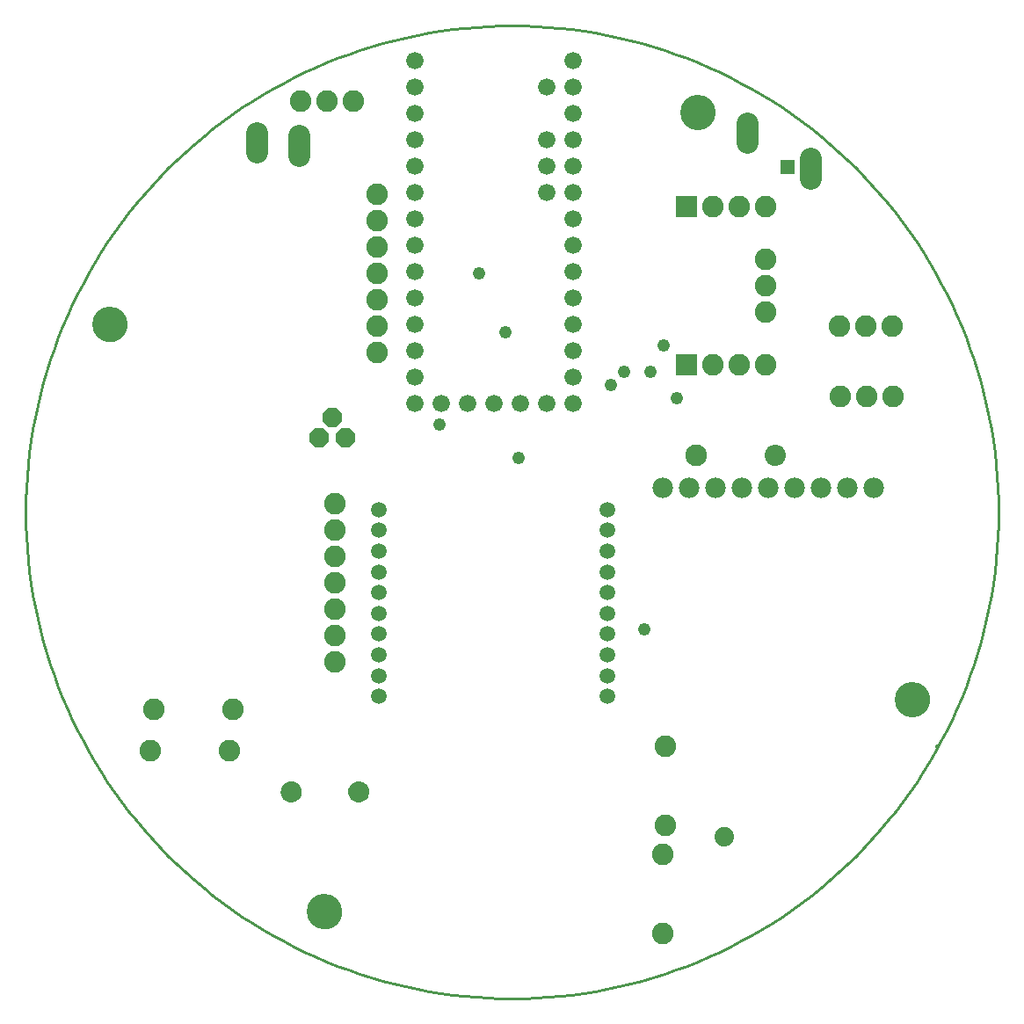
<source format=gbs>
G04 EAGLE Gerber X2 export*
G75*
%MOMM*%
%FSLAX34Y34*%
%LPD*%
%AMOC8*
5,1,8,0,0,1.08239X$1,22.5*%
G01*
%ADD10C,0.254000*%
%ADD11C,0.406400*%
%ADD12C,0.000000*%
%ADD13C,3.403200*%
%ADD14C,1.981200*%
%ADD15C,1.676400*%
%ADD16C,1.511200*%
%ADD17C,2.082800*%
%ADD18R,2.082800X2.082800*%
%ADD19C,1.879600*%
%ADD20C,2.082800*%
%ADD21P,2.034460X8X22.500000*%
%ADD22C,2.047813*%
%ADD23C,2.094537*%
%ADD24C,1.219200*%
%ADD25R,1.478200X1.478200*%

G36*
X-145931Y-281257D02*
X-145931Y-281257D01*
X-145888Y-281245D01*
X-145822Y-281237D01*
X-144205Y-280783D01*
X-144164Y-280763D01*
X-144136Y-280755D01*
X-144126Y-280753D01*
X-144122Y-280750D01*
X-144101Y-280744D01*
X-142587Y-280015D01*
X-142551Y-279989D01*
X-142492Y-279959D01*
X-141127Y-278979D01*
X-141096Y-278947D01*
X-141043Y-278907D01*
X-139869Y-277705D01*
X-139844Y-277668D01*
X-139799Y-277619D01*
X-138852Y-276231D01*
X-138833Y-276190D01*
X-138798Y-276135D01*
X-138106Y-274603D01*
X-138095Y-274560D01*
X-138069Y-274499D01*
X-137654Y-272871D01*
X-137651Y-272826D01*
X-137636Y-272762D01*
X-137509Y-271086D01*
X-137514Y-271040D01*
X-137512Y-270968D01*
X-137717Y-269132D01*
X-137731Y-269086D01*
X-137743Y-269010D01*
X-138303Y-267250D01*
X-138326Y-267207D01*
X-138352Y-267136D01*
X-139245Y-265518D01*
X-139275Y-265481D01*
X-139315Y-265416D01*
X-140506Y-264003D01*
X-140543Y-263973D01*
X-140595Y-263917D01*
X-142039Y-262764D01*
X-142081Y-262741D01*
X-142143Y-262696D01*
X-143784Y-261847D01*
X-143830Y-261833D01*
X-143899Y-261801D01*
X-145674Y-261289D01*
X-145722Y-261284D01*
X-145796Y-261266D01*
X-147637Y-261109D01*
X-147681Y-261114D01*
X-147746Y-261110D01*
X-149577Y-261269D01*
X-149623Y-261282D01*
X-149699Y-261292D01*
X-151463Y-261806D01*
X-151506Y-261828D01*
X-151579Y-261853D01*
X-153209Y-262701D01*
X-153247Y-262731D01*
X-153313Y-262769D01*
X-154746Y-263919D01*
X-154778Y-263956D01*
X-154835Y-264006D01*
X-156016Y-265414D01*
X-156040Y-265456D01*
X-156086Y-265517D01*
X-156296Y-265898D01*
X-156296Y-265899D01*
X-156970Y-267128D01*
X-156985Y-267174D01*
X-157019Y-267242D01*
X-157571Y-268995D01*
X-157577Y-269043D01*
X-157597Y-269117D01*
X-157796Y-270944D01*
X-157793Y-270989D01*
X-157799Y-271059D01*
X-157676Y-272735D01*
X-157665Y-272778D01*
X-157659Y-272844D01*
X-157247Y-274473D01*
X-157229Y-274514D01*
X-157211Y-274578D01*
X-156523Y-276111D01*
X-156498Y-276148D01*
X-156469Y-276207D01*
X-155525Y-277598D01*
X-155494Y-277630D01*
X-155456Y-277684D01*
X-154285Y-278889D01*
X-154248Y-278915D01*
X-154201Y-278961D01*
X-152839Y-279945D01*
X-152798Y-279965D01*
X-152744Y-280002D01*
X-151231Y-280734D01*
X-151188Y-280746D01*
X-151177Y-280751D01*
X-151150Y-280765D01*
X-151145Y-280766D01*
X-151128Y-280773D01*
X-149511Y-281232D01*
X-149466Y-281236D01*
X-149402Y-281253D01*
X-147730Y-281423D01*
X-147682Y-281420D01*
X-147603Y-281424D01*
X-145931Y-281257D01*
G37*
G36*
X-210955Y-281257D02*
X-210955Y-281257D01*
X-210912Y-281245D01*
X-210846Y-281237D01*
X-209229Y-280783D01*
X-209188Y-280763D01*
X-209160Y-280755D01*
X-209150Y-280753D01*
X-209146Y-280750D01*
X-209125Y-280744D01*
X-207611Y-280015D01*
X-207575Y-279989D01*
X-207516Y-279959D01*
X-206151Y-278979D01*
X-206120Y-278947D01*
X-206067Y-278907D01*
X-204893Y-277705D01*
X-204868Y-277668D01*
X-204823Y-277619D01*
X-203876Y-276231D01*
X-203857Y-276190D01*
X-203822Y-276135D01*
X-203130Y-274603D01*
X-203119Y-274560D01*
X-203093Y-274499D01*
X-202678Y-272871D01*
X-202675Y-272826D01*
X-202660Y-272762D01*
X-202533Y-271086D01*
X-202538Y-271040D01*
X-202536Y-270968D01*
X-202741Y-269132D01*
X-202755Y-269086D01*
X-202767Y-269010D01*
X-203327Y-267250D01*
X-203350Y-267207D01*
X-203376Y-267136D01*
X-204269Y-265518D01*
X-204299Y-265481D01*
X-204339Y-265416D01*
X-205530Y-264003D01*
X-205567Y-263973D01*
X-205619Y-263917D01*
X-207063Y-262764D01*
X-207105Y-262741D01*
X-207167Y-262696D01*
X-208808Y-261847D01*
X-208854Y-261833D01*
X-208923Y-261801D01*
X-210698Y-261289D01*
X-210746Y-261284D01*
X-210820Y-261266D01*
X-212661Y-261109D01*
X-212705Y-261114D01*
X-212770Y-261110D01*
X-214601Y-261269D01*
X-214647Y-261282D01*
X-214723Y-261292D01*
X-216487Y-261806D01*
X-216530Y-261828D01*
X-216603Y-261853D01*
X-218233Y-262701D01*
X-218271Y-262731D01*
X-218337Y-262769D01*
X-219770Y-263919D01*
X-219802Y-263956D01*
X-219859Y-264006D01*
X-221040Y-265414D01*
X-221064Y-265456D01*
X-221110Y-265517D01*
X-221320Y-265898D01*
X-221320Y-265899D01*
X-221994Y-267128D01*
X-222009Y-267174D01*
X-222043Y-267242D01*
X-222595Y-268995D01*
X-222601Y-269043D01*
X-222621Y-269117D01*
X-222820Y-270944D01*
X-222817Y-270989D01*
X-222823Y-271059D01*
X-222700Y-272735D01*
X-222689Y-272778D01*
X-222683Y-272844D01*
X-222271Y-274473D01*
X-222253Y-274514D01*
X-222235Y-274578D01*
X-221547Y-276111D01*
X-221522Y-276148D01*
X-221493Y-276207D01*
X-220549Y-277598D01*
X-220518Y-277630D01*
X-220480Y-277684D01*
X-219309Y-278889D01*
X-219272Y-278915D01*
X-219225Y-278961D01*
X-217863Y-279945D01*
X-217822Y-279965D01*
X-217768Y-280002D01*
X-216255Y-280734D01*
X-216212Y-280746D01*
X-216201Y-280751D01*
X-216174Y-280765D01*
X-216169Y-280766D01*
X-216152Y-280773D01*
X-214535Y-281232D01*
X-214490Y-281236D01*
X-214426Y-281253D01*
X-212754Y-281423D01*
X-212706Y-281420D01*
X-212627Y-281424D01*
X-210955Y-281257D01*
G37*
D10*
X-468441Y-1524D02*
X-468300Y9972D01*
X-467877Y21461D01*
X-467172Y32937D01*
X-466185Y44391D01*
X-464918Y55818D01*
X-463371Y67211D01*
X-461544Y78562D01*
X-459440Y89864D01*
X-457059Y101112D01*
X-454402Y112298D01*
X-451472Y123415D01*
X-448270Y134457D01*
X-444798Y145417D01*
X-441058Y156289D01*
X-437052Y167066D01*
X-432783Y177741D01*
X-428253Y188308D01*
X-423466Y198760D01*
X-418423Y209092D01*
X-413128Y219298D01*
X-407584Y229370D01*
X-401795Y239303D01*
X-395764Y249091D01*
X-389494Y258728D01*
X-382990Y268208D01*
X-376255Y277526D01*
X-369294Y286676D01*
X-362110Y295652D01*
X-354708Y304449D01*
X-347092Y313062D01*
X-339267Y321485D01*
X-331238Y329714D01*
X-323009Y337743D01*
X-314586Y345568D01*
X-305973Y353184D01*
X-297176Y360586D01*
X-288200Y367770D01*
X-279050Y374731D01*
X-269732Y381466D01*
X-260252Y387970D01*
X-250615Y394240D01*
X-240827Y400271D01*
X-230894Y406060D01*
X-220822Y411604D01*
X-210616Y416899D01*
X-200284Y421942D01*
X-189832Y426729D01*
X-179265Y431259D01*
X-168590Y435528D01*
X-157813Y439534D01*
X-146941Y443274D01*
X-135981Y446746D01*
X-124939Y449948D01*
X-113822Y452878D01*
X-102636Y455535D01*
X-91388Y457916D01*
X-80086Y460020D01*
X-68735Y461847D01*
X-57342Y463394D01*
X-45915Y464661D01*
X-34461Y465648D01*
X-22985Y466353D01*
X-11496Y466776D01*
X0Y466917D01*
X11496Y466776D01*
X22985Y466353D01*
X34461Y465648D01*
X45915Y464661D01*
X57342Y463394D01*
X68735Y461847D01*
X80086Y460020D01*
X91388Y457916D01*
X102636Y455535D01*
X113822Y452878D01*
X124939Y449948D01*
X135981Y446746D01*
X146941Y443274D01*
X157813Y439534D01*
X168590Y435528D01*
X179265Y431259D01*
X189832Y426729D01*
X200284Y421942D01*
X210616Y416899D01*
X220822Y411604D01*
X230894Y406060D01*
X240827Y400271D01*
X250615Y394240D01*
X260252Y387970D01*
X269732Y381466D01*
X279050Y374731D01*
X288200Y367770D01*
X297176Y360586D01*
X305973Y353184D01*
X314586Y345568D01*
X323009Y337743D01*
X331238Y329714D01*
X339267Y321485D01*
X347092Y313062D01*
X354708Y304449D01*
X362110Y295652D01*
X369294Y286676D01*
X376255Y277526D01*
X382990Y268208D01*
X389494Y258728D01*
X395764Y249091D01*
X401795Y239303D01*
X407584Y229370D01*
X413128Y219298D01*
X418423Y209092D01*
X423466Y198760D01*
X428253Y188308D01*
X432783Y177741D01*
X437052Y167066D01*
X441058Y156289D01*
X444798Y145417D01*
X448270Y134457D01*
X451472Y123415D01*
X454402Y112298D01*
X457059Y101112D01*
X459440Y89864D01*
X461544Y78562D01*
X463371Y67211D01*
X464918Y55818D01*
X466185Y44391D01*
X467172Y32937D01*
X467877Y21461D01*
X468300Y9972D01*
X468441Y-1524D01*
X468300Y-13020D01*
X467877Y-24509D01*
X467172Y-35985D01*
X466185Y-47439D01*
X464918Y-58866D01*
X463371Y-70259D01*
X461544Y-81610D01*
X459440Y-92912D01*
X457059Y-104160D01*
X454402Y-115346D01*
X451472Y-126463D01*
X448270Y-137505D01*
X444798Y-148465D01*
X441058Y-159337D01*
X437052Y-170114D01*
X432783Y-180789D01*
X428253Y-191356D01*
X423466Y-201808D01*
X418423Y-212140D01*
X413128Y-222346D01*
X407584Y-232418D01*
X401795Y-242351D01*
X395764Y-252139D01*
X389494Y-261776D01*
X382990Y-271256D01*
X376255Y-280574D01*
X369294Y-289724D01*
X362110Y-298700D01*
X354708Y-307497D01*
X347092Y-316110D01*
X339267Y-324533D01*
X331238Y-332762D01*
X323009Y-340791D01*
X314586Y-348616D01*
X305973Y-356232D01*
X297176Y-363634D01*
X288200Y-370818D01*
X279050Y-377779D01*
X269732Y-384514D01*
X260252Y-391018D01*
X250615Y-397288D01*
X240827Y-403319D01*
X230894Y-409108D01*
X220822Y-414652D01*
X210616Y-419947D01*
X200284Y-424990D01*
X189832Y-429777D01*
X179265Y-434307D01*
X168590Y-438576D01*
X157813Y-442582D01*
X146941Y-446322D01*
X135981Y-449794D01*
X124939Y-452996D01*
X113822Y-455926D01*
X102636Y-458583D01*
X91388Y-460964D01*
X80086Y-463068D01*
X68735Y-464895D01*
X57342Y-466442D01*
X45915Y-467709D01*
X34461Y-468696D01*
X22985Y-469401D01*
X11496Y-469824D01*
X0Y-469965D01*
X-11496Y-469824D01*
X-22985Y-469401D01*
X-34461Y-468696D01*
X-45915Y-467709D01*
X-57342Y-466442D01*
X-68735Y-464895D01*
X-80086Y-463068D01*
X-91388Y-460964D01*
X-102636Y-458583D01*
X-113822Y-455926D01*
X-124939Y-452996D01*
X-135981Y-449794D01*
X-146941Y-446322D01*
X-157813Y-442582D01*
X-168590Y-438576D01*
X-179265Y-434307D01*
X-189832Y-429777D01*
X-200284Y-424990D01*
X-210616Y-419947D01*
X-220822Y-414652D01*
X-230894Y-409108D01*
X-240827Y-403319D01*
X-250615Y-397288D01*
X-260252Y-391018D01*
X-269732Y-384514D01*
X-279050Y-377779D01*
X-288200Y-370818D01*
X-297176Y-363634D01*
X-305973Y-356232D01*
X-314586Y-348616D01*
X-323009Y-340791D01*
X-331238Y-332762D01*
X-339267Y-324533D01*
X-347092Y-316110D01*
X-354708Y-307497D01*
X-362110Y-298700D01*
X-369294Y-289724D01*
X-376255Y-280574D01*
X-382990Y-271256D01*
X-389494Y-261776D01*
X-395764Y-252139D01*
X-401795Y-242351D01*
X-407584Y-232418D01*
X-413128Y-222346D01*
X-418423Y-212140D01*
X-423466Y-201808D01*
X-428253Y-191356D01*
X-432783Y-180789D01*
X-437052Y-170114D01*
X-441058Y-159337D01*
X-444798Y-148465D01*
X-448270Y-137505D01*
X-451472Y-126463D01*
X-454402Y-115346D01*
X-457059Y-104160D01*
X-459440Y-92912D01*
X-461544Y-81610D01*
X-463371Y-70259D01*
X-464918Y-58866D01*
X-466185Y-47439D01*
X-467172Y-35985D01*
X-467877Y-24509D01*
X-468300Y-13020D01*
X-468441Y-1524D01*
D11*
X409634Y-227580D02*
X409742Y-227350D01*
D12*
X163070Y383540D02*
X163075Y383933D01*
X163089Y384325D01*
X163113Y384717D01*
X163147Y385108D01*
X163190Y385499D01*
X163243Y385888D01*
X163306Y386275D01*
X163377Y386661D01*
X163459Y387046D01*
X163549Y387428D01*
X163650Y387807D01*
X163759Y388185D01*
X163878Y388559D01*
X164005Y388930D01*
X164142Y389298D01*
X164288Y389663D01*
X164443Y390024D01*
X164606Y390381D01*
X164778Y390734D01*
X164959Y391082D01*
X165149Y391426D01*
X165346Y391766D01*
X165552Y392100D01*
X165766Y392429D01*
X165989Y392753D01*
X166219Y393071D01*
X166456Y393384D01*
X166702Y393690D01*
X166955Y393991D01*
X167215Y394285D01*
X167482Y394573D01*
X167756Y394854D01*
X168037Y395128D01*
X168325Y395395D01*
X168619Y395655D01*
X168920Y395908D01*
X169226Y396154D01*
X169539Y396391D01*
X169857Y396621D01*
X170181Y396844D01*
X170510Y397058D01*
X170844Y397264D01*
X171184Y397461D01*
X171528Y397651D01*
X171876Y397832D01*
X172229Y398004D01*
X172586Y398167D01*
X172947Y398322D01*
X173312Y398468D01*
X173680Y398605D01*
X174051Y398732D01*
X174425Y398851D01*
X174803Y398960D01*
X175182Y399061D01*
X175564Y399151D01*
X175949Y399233D01*
X176335Y399304D01*
X176722Y399367D01*
X177111Y399420D01*
X177502Y399463D01*
X177893Y399497D01*
X178285Y399521D01*
X178677Y399535D01*
X179070Y399540D01*
X179463Y399535D01*
X179855Y399521D01*
X180247Y399497D01*
X180638Y399463D01*
X181029Y399420D01*
X181418Y399367D01*
X181805Y399304D01*
X182191Y399233D01*
X182576Y399151D01*
X182958Y399061D01*
X183337Y398960D01*
X183715Y398851D01*
X184089Y398732D01*
X184460Y398605D01*
X184828Y398468D01*
X185193Y398322D01*
X185554Y398167D01*
X185911Y398004D01*
X186264Y397832D01*
X186612Y397651D01*
X186956Y397461D01*
X187296Y397264D01*
X187630Y397058D01*
X187959Y396844D01*
X188283Y396621D01*
X188601Y396391D01*
X188914Y396154D01*
X189220Y395908D01*
X189521Y395655D01*
X189815Y395395D01*
X190103Y395128D01*
X190384Y394854D01*
X190658Y394573D01*
X190925Y394285D01*
X191185Y393991D01*
X191438Y393690D01*
X191684Y393384D01*
X191921Y393071D01*
X192151Y392753D01*
X192374Y392429D01*
X192588Y392100D01*
X192794Y391766D01*
X192991Y391426D01*
X193181Y391082D01*
X193362Y390734D01*
X193534Y390381D01*
X193697Y390024D01*
X193852Y389663D01*
X193998Y389298D01*
X194135Y388930D01*
X194262Y388559D01*
X194381Y388185D01*
X194490Y387807D01*
X194591Y387428D01*
X194681Y387046D01*
X194763Y386661D01*
X194834Y386275D01*
X194897Y385888D01*
X194950Y385499D01*
X194993Y385108D01*
X195027Y384717D01*
X195051Y384325D01*
X195065Y383933D01*
X195070Y383540D01*
X195065Y383147D01*
X195051Y382755D01*
X195027Y382363D01*
X194993Y381972D01*
X194950Y381581D01*
X194897Y381192D01*
X194834Y380805D01*
X194763Y380419D01*
X194681Y380034D01*
X194591Y379652D01*
X194490Y379273D01*
X194381Y378895D01*
X194262Y378521D01*
X194135Y378150D01*
X193998Y377782D01*
X193852Y377417D01*
X193697Y377056D01*
X193534Y376699D01*
X193362Y376346D01*
X193181Y375998D01*
X192991Y375654D01*
X192794Y375314D01*
X192588Y374980D01*
X192374Y374651D01*
X192151Y374327D01*
X191921Y374009D01*
X191684Y373696D01*
X191438Y373390D01*
X191185Y373089D01*
X190925Y372795D01*
X190658Y372507D01*
X190384Y372226D01*
X190103Y371952D01*
X189815Y371685D01*
X189521Y371425D01*
X189220Y371172D01*
X188914Y370926D01*
X188601Y370689D01*
X188283Y370459D01*
X187959Y370236D01*
X187630Y370022D01*
X187296Y369816D01*
X186956Y369619D01*
X186612Y369429D01*
X186264Y369248D01*
X185911Y369076D01*
X185554Y368913D01*
X185193Y368758D01*
X184828Y368612D01*
X184460Y368475D01*
X184089Y368348D01*
X183715Y368229D01*
X183337Y368120D01*
X182958Y368019D01*
X182576Y367929D01*
X182191Y367847D01*
X181805Y367776D01*
X181418Y367713D01*
X181029Y367660D01*
X180638Y367617D01*
X180247Y367583D01*
X179855Y367559D01*
X179463Y367545D01*
X179070Y367540D01*
X178677Y367545D01*
X178285Y367559D01*
X177893Y367583D01*
X177502Y367617D01*
X177111Y367660D01*
X176722Y367713D01*
X176335Y367776D01*
X175949Y367847D01*
X175564Y367929D01*
X175182Y368019D01*
X174803Y368120D01*
X174425Y368229D01*
X174051Y368348D01*
X173680Y368475D01*
X173312Y368612D01*
X172947Y368758D01*
X172586Y368913D01*
X172229Y369076D01*
X171876Y369248D01*
X171528Y369429D01*
X171184Y369619D01*
X170844Y369816D01*
X170510Y370022D01*
X170181Y370236D01*
X169857Y370459D01*
X169539Y370689D01*
X169226Y370926D01*
X168920Y371172D01*
X168619Y371425D01*
X168325Y371685D01*
X168037Y371952D01*
X167756Y372226D01*
X167482Y372507D01*
X167215Y372795D01*
X166955Y373089D01*
X166702Y373390D01*
X166456Y373696D01*
X166219Y374009D01*
X165989Y374327D01*
X165766Y374651D01*
X165552Y374980D01*
X165346Y375314D01*
X165149Y375654D01*
X164959Y375998D01*
X164778Y376346D01*
X164606Y376699D01*
X164443Y377056D01*
X164288Y377417D01*
X164142Y377782D01*
X164005Y378150D01*
X163878Y378521D01*
X163759Y378895D01*
X163650Y379273D01*
X163549Y379652D01*
X163459Y380034D01*
X163377Y380419D01*
X163306Y380805D01*
X163243Y381192D01*
X163190Y381581D01*
X163147Y381972D01*
X163113Y382363D01*
X163089Y382755D01*
X163075Y383147D01*
X163070Y383540D01*
D13*
X179070Y383540D03*
D12*
X369826Y-182118D02*
X369831Y-181725D01*
X369845Y-181333D01*
X369869Y-180941D01*
X369903Y-180550D01*
X369946Y-180159D01*
X369999Y-179770D01*
X370062Y-179383D01*
X370133Y-178997D01*
X370215Y-178612D01*
X370305Y-178230D01*
X370406Y-177851D01*
X370515Y-177473D01*
X370634Y-177099D01*
X370761Y-176728D01*
X370898Y-176360D01*
X371044Y-175995D01*
X371199Y-175634D01*
X371362Y-175277D01*
X371534Y-174924D01*
X371715Y-174576D01*
X371905Y-174232D01*
X372102Y-173892D01*
X372308Y-173558D01*
X372522Y-173229D01*
X372745Y-172905D01*
X372975Y-172587D01*
X373212Y-172274D01*
X373458Y-171968D01*
X373711Y-171667D01*
X373971Y-171373D01*
X374238Y-171085D01*
X374512Y-170804D01*
X374793Y-170530D01*
X375081Y-170263D01*
X375375Y-170003D01*
X375676Y-169750D01*
X375982Y-169504D01*
X376295Y-169267D01*
X376613Y-169037D01*
X376937Y-168814D01*
X377266Y-168600D01*
X377600Y-168394D01*
X377940Y-168197D01*
X378284Y-168007D01*
X378632Y-167826D01*
X378985Y-167654D01*
X379342Y-167491D01*
X379703Y-167336D01*
X380068Y-167190D01*
X380436Y-167053D01*
X380807Y-166926D01*
X381181Y-166807D01*
X381559Y-166698D01*
X381938Y-166597D01*
X382320Y-166507D01*
X382705Y-166425D01*
X383091Y-166354D01*
X383478Y-166291D01*
X383867Y-166238D01*
X384258Y-166195D01*
X384649Y-166161D01*
X385041Y-166137D01*
X385433Y-166123D01*
X385826Y-166118D01*
X386219Y-166123D01*
X386611Y-166137D01*
X387003Y-166161D01*
X387394Y-166195D01*
X387785Y-166238D01*
X388174Y-166291D01*
X388561Y-166354D01*
X388947Y-166425D01*
X389332Y-166507D01*
X389714Y-166597D01*
X390093Y-166698D01*
X390471Y-166807D01*
X390845Y-166926D01*
X391216Y-167053D01*
X391584Y-167190D01*
X391949Y-167336D01*
X392310Y-167491D01*
X392667Y-167654D01*
X393020Y-167826D01*
X393368Y-168007D01*
X393712Y-168197D01*
X394052Y-168394D01*
X394386Y-168600D01*
X394715Y-168814D01*
X395039Y-169037D01*
X395357Y-169267D01*
X395670Y-169504D01*
X395976Y-169750D01*
X396277Y-170003D01*
X396571Y-170263D01*
X396859Y-170530D01*
X397140Y-170804D01*
X397414Y-171085D01*
X397681Y-171373D01*
X397941Y-171667D01*
X398194Y-171968D01*
X398440Y-172274D01*
X398677Y-172587D01*
X398907Y-172905D01*
X399130Y-173229D01*
X399344Y-173558D01*
X399550Y-173892D01*
X399747Y-174232D01*
X399937Y-174576D01*
X400118Y-174924D01*
X400290Y-175277D01*
X400453Y-175634D01*
X400608Y-175995D01*
X400754Y-176360D01*
X400891Y-176728D01*
X401018Y-177099D01*
X401137Y-177473D01*
X401246Y-177851D01*
X401347Y-178230D01*
X401437Y-178612D01*
X401519Y-178997D01*
X401590Y-179383D01*
X401653Y-179770D01*
X401706Y-180159D01*
X401749Y-180550D01*
X401783Y-180941D01*
X401807Y-181333D01*
X401821Y-181725D01*
X401826Y-182118D01*
X401821Y-182511D01*
X401807Y-182903D01*
X401783Y-183295D01*
X401749Y-183686D01*
X401706Y-184077D01*
X401653Y-184466D01*
X401590Y-184853D01*
X401519Y-185239D01*
X401437Y-185624D01*
X401347Y-186006D01*
X401246Y-186385D01*
X401137Y-186763D01*
X401018Y-187137D01*
X400891Y-187508D01*
X400754Y-187876D01*
X400608Y-188241D01*
X400453Y-188602D01*
X400290Y-188959D01*
X400118Y-189312D01*
X399937Y-189660D01*
X399747Y-190004D01*
X399550Y-190344D01*
X399344Y-190678D01*
X399130Y-191007D01*
X398907Y-191331D01*
X398677Y-191649D01*
X398440Y-191962D01*
X398194Y-192268D01*
X397941Y-192569D01*
X397681Y-192863D01*
X397414Y-193151D01*
X397140Y-193432D01*
X396859Y-193706D01*
X396571Y-193973D01*
X396277Y-194233D01*
X395976Y-194486D01*
X395670Y-194732D01*
X395357Y-194969D01*
X395039Y-195199D01*
X394715Y-195422D01*
X394386Y-195636D01*
X394052Y-195842D01*
X393712Y-196039D01*
X393368Y-196229D01*
X393020Y-196410D01*
X392667Y-196582D01*
X392310Y-196745D01*
X391949Y-196900D01*
X391584Y-197046D01*
X391216Y-197183D01*
X390845Y-197310D01*
X390471Y-197429D01*
X390093Y-197538D01*
X389714Y-197639D01*
X389332Y-197729D01*
X388947Y-197811D01*
X388561Y-197882D01*
X388174Y-197945D01*
X387785Y-197998D01*
X387394Y-198041D01*
X387003Y-198075D01*
X386611Y-198099D01*
X386219Y-198113D01*
X385826Y-198118D01*
X385433Y-198113D01*
X385041Y-198099D01*
X384649Y-198075D01*
X384258Y-198041D01*
X383867Y-197998D01*
X383478Y-197945D01*
X383091Y-197882D01*
X382705Y-197811D01*
X382320Y-197729D01*
X381938Y-197639D01*
X381559Y-197538D01*
X381181Y-197429D01*
X380807Y-197310D01*
X380436Y-197183D01*
X380068Y-197046D01*
X379703Y-196900D01*
X379342Y-196745D01*
X378985Y-196582D01*
X378632Y-196410D01*
X378284Y-196229D01*
X377940Y-196039D01*
X377600Y-195842D01*
X377266Y-195636D01*
X376937Y-195422D01*
X376613Y-195199D01*
X376295Y-194969D01*
X375982Y-194732D01*
X375676Y-194486D01*
X375375Y-194233D01*
X375081Y-193973D01*
X374793Y-193706D01*
X374512Y-193432D01*
X374238Y-193151D01*
X373971Y-192863D01*
X373711Y-192569D01*
X373458Y-192268D01*
X373212Y-191962D01*
X372975Y-191649D01*
X372745Y-191331D01*
X372522Y-191007D01*
X372308Y-190678D01*
X372102Y-190344D01*
X371905Y-190004D01*
X371715Y-189660D01*
X371534Y-189312D01*
X371362Y-188959D01*
X371199Y-188602D01*
X371044Y-188241D01*
X370898Y-187876D01*
X370761Y-187508D01*
X370634Y-187137D01*
X370515Y-186763D01*
X370406Y-186385D01*
X370305Y-186006D01*
X370215Y-185624D01*
X370133Y-185239D01*
X370062Y-184853D01*
X369999Y-184466D01*
X369946Y-184077D01*
X369903Y-183686D01*
X369869Y-183295D01*
X369845Y-182903D01*
X369831Y-182511D01*
X369826Y-182118D01*
D13*
X385826Y-182118D03*
D12*
X-403350Y179070D02*
X-403345Y179463D01*
X-403331Y179855D01*
X-403307Y180247D01*
X-403273Y180638D01*
X-403230Y181029D01*
X-403177Y181418D01*
X-403114Y181805D01*
X-403043Y182191D01*
X-402961Y182576D01*
X-402871Y182958D01*
X-402770Y183337D01*
X-402661Y183715D01*
X-402542Y184089D01*
X-402415Y184460D01*
X-402278Y184828D01*
X-402132Y185193D01*
X-401977Y185554D01*
X-401814Y185911D01*
X-401642Y186264D01*
X-401461Y186612D01*
X-401271Y186956D01*
X-401074Y187296D01*
X-400868Y187630D01*
X-400654Y187959D01*
X-400431Y188283D01*
X-400201Y188601D01*
X-399964Y188914D01*
X-399718Y189220D01*
X-399465Y189521D01*
X-399205Y189815D01*
X-398938Y190103D01*
X-398664Y190384D01*
X-398383Y190658D01*
X-398095Y190925D01*
X-397801Y191185D01*
X-397500Y191438D01*
X-397194Y191684D01*
X-396881Y191921D01*
X-396563Y192151D01*
X-396239Y192374D01*
X-395910Y192588D01*
X-395576Y192794D01*
X-395236Y192991D01*
X-394892Y193181D01*
X-394544Y193362D01*
X-394191Y193534D01*
X-393834Y193697D01*
X-393473Y193852D01*
X-393108Y193998D01*
X-392740Y194135D01*
X-392369Y194262D01*
X-391995Y194381D01*
X-391617Y194490D01*
X-391238Y194591D01*
X-390856Y194681D01*
X-390471Y194763D01*
X-390085Y194834D01*
X-389698Y194897D01*
X-389309Y194950D01*
X-388918Y194993D01*
X-388527Y195027D01*
X-388135Y195051D01*
X-387743Y195065D01*
X-387350Y195070D01*
X-386957Y195065D01*
X-386565Y195051D01*
X-386173Y195027D01*
X-385782Y194993D01*
X-385391Y194950D01*
X-385002Y194897D01*
X-384615Y194834D01*
X-384229Y194763D01*
X-383844Y194681D01*
X-383462Y194591D01*
X-383083Y194490D01*
X-382705Y194381D01*
X-382331Y194262D01*
X-381960Y194135D01*
X-381592Y193998D01*
X-381227Y193852D01*
X-380866Y193697D01*
X-380509Y193534D01*
X-380156Y193362D01*
X-379808Y193181D01*
X-379464Y192991D01*
X-379124Y192794D01*
X-378790Y192588D01*
X-378461Y192374D01*
X-378137Y192151D01*
X-377819Y191921D01*
X-377506Y191684D01*
X-377200Y191438D01*
X-376899Y191185D01*
X-376605Y190925D01*
X-376317Y190658D01*
X-376036Y190384D01*
X-375762Y190103D01*
X-375495Y189815D01*
X-375235Y189521D01*
X-374982Y189220D01*
X-374736Y188914D01*
X-374499Y188601D01*
X-374269Y188283D01*
X-374046Y187959D01*
X-373832Y187630D01*
X-373626Y187296D01*
X-373429Y186956D01*
X-373239Y186612D01*
X-373058Y186264D01*
X-372886Y185911D01*
X-372723Y185554D01*
X-372568Y185193D01*
X-372422Y184828D01*
X-372285Y184460D01*
X-372158Y184089D01*
X-372039Y183715D01*
X-371930Y183337D01*
X-371829Y182958D01*
X-371739Y182576D01*
X-371657Y182191D01*
X-371586Y181805D01*
X-371523Y181418D01*
X-371470Y181029D01*
X-371427Y180638D01*
X-371393Y180247D01*
X-371369Y179855D01*
X-371355Y179463D01*
X-371350Y179070D01*
X-371355Y178677D01*
X-371369Y178285D01*
X-371393Y177893D01*
X-371427Y177502D01*
X-371470Y177111D01*
X-371523Y176722D01*
X-371586Y176335D01*
X-371657Y175949D01*
X-371739Y175564D01*
X-371829Y175182D01*
X-371930Y174803D01*
X-372039Y174425D01*
X-372158Y174051D01*
X-372285Y173680D01*
X-372422Y173312D01*
X-372568Y172947D01*
X-372723Y172586D01*
X-372886Y172229D01*
X-373058Y171876D01*
X-373239Y171528D01*
X-373429Y171184D01*
X-373626Y170844D01*
X-373832Y170510D01*
X-374046Y170181D01*
X-374269Y169857D01*
X-374499Y169539D01*
X-374736Y169226D01*
X-374982Y168920D01*
X-375235Y168619D01*
X-375495Y168325D01*
X-375762Y168037D01*
X-376036Y167756D01*
X-376317Y167482D01*
X-376605Y167215D01*
X-376899Y166955D01*
X-377200Y166702D01*
X-377506Y166456D01*
X-377819Y166219D01*
X-378137Y165989D01*
X-378461Y165766D01*
X-378790Y165552D01*
X-379124Y165346D01*
X-379464Y165149D01*
X-379808Y164959D01*
X-380156Y164778D01*
X-380509Y164606D01*
X-380866Y164443D01*
X-381227Y164288D01*
X-381592Y164142D01*
X-381960Y164005D01*
X-382331Y163878D01*
X-382705Y163759D01*
X-383083Y163650D01*
X-383462Y163549D01*
X-383844Y163459D01*
X-384229Y163377D01*
X-384615Y163306D01*
X-385002Y163243D01*
X-385391Y163190D01*
X-385782Y163147D01*
X-386173Y163113D01*
X-386565Y163089D01*
X-386957Y163075D01*
X-387350Y163070D01*
X-387743Y163075D01*
X-388135Y163089D01*
X-388527Y163113D01*
X-388918Y163147D01*
X-389309Y163190D01*
X-389698Y163243D01*
X-390085Y163306D01*
X-390471Y163377D01*
X-390856Y163459D01*
X-391238Y163549D01*
X-391617Y163650D01*
X-391995Y163759D01*
X-392369Y163878D01*
X-392740Y164005D01*
X-393108Y164142D01*
X-393473Y164288D01*
X-393834Y164443D01*
X-394191Y164606D01*
X-394544Y164778D01*
X-394892Y164959D01*
X-395236Y165149D01*
X-395576Y165346D01*
X-395910Y165552D01*
X-396239Y165766D01*
X-396563Y165989D01*
X-396881Y166219D01*
X-397194Y166456D01*
X-397500Y166702D01*
X-397801Y166955D01*
X-398095Y167215D01*
X-398383Y167482D01*
X-398664Y167756D01*
X-398938Y168037D01*
X-399205Y168325D01*
X-399465Y168619D01*
X-399718Y168920D01*
X-399964Y169226D01*
X-400201Y169539D01*
X-400431Y169857D01*
X-400654Y170181D01*
X-400868Y170510D01*
X-401074Y170844D01*
X-401271Y171184D01*
X-401461Y171528D01*
X-401642Y171876D01*
X-401814Y172229D01*
X-401977Y172586D01*
X-402132Y172947D01*
X-402278Y173312D01*
X-402415Y173680D01*
X-402542Y174051D01*
X-402661Y174425D01*
X-402770Y174803D01*
X-402871Y175182D01*
X-402961Y175564D01*
X-403043Y175949D01*
X-403114Y176335D01*
X-403177Y176722D01*
X-403230Y177111D01*
X-403273Y177502D01*
X-403307Y177893D01*
X-403331Y178285D01*
X-403345Y178677D01*
X-403350Y179070D01*
D13*
X-387350Y179070D03*
D12*
X-196594Y-386588D02*
X-196589Y-386195D01*
X-196575Y-385803D01*
X-196551Y-385411D01*
X-196517Y-385020D01*
X-196474Y-384629D01*
X-196421Y-384240D01*
X-196358Y-383853D01*
X-196287Y-383467D01*
X-196205Y-383082D01*
X-196115Y-382700D01*
X-196014Y-382321D01*
X-195905Y-381943D01*
X-195786Y-381569D01*
X-195659Y-381198D01*
X-195522Y-380830D01*
X-195376Y-380465D01*
X-195221Y-380104D01*
X-195058Y-379747D01*
X-194886Y-379394D01*
X-194705Y-379046D01*
X-194515Y-378702D01*
X-194318Y-378362D01*
X-194112Y-378028D01*
X-193898Y-377699D01*
X-193675Y-377375D01*
X-193445Y-377057D01*
X-193208Y-376744D01*
X-192962Y-376438D01*
X-192709Y-376137D01*
X-192449Y-375843D01*
X-192182Y-375555D01*
X-191908Y-375274D01*
X-191627Y-375000D01*
X-191339Y-374733D01*
X-191045Y-374473D01*
X-190744Y-374220D01*
X-190438Y-373974D01*
X-190125Y-373737D01*
X-189807Y-373507D01*
X-189483Y-373284D01*
X-189154Y-373070D01*
X-188820Y-372864D01*
X-188480Y-372667D01*
X-188136Y-372477D01*
X-187788Y-372296D01*
X-187435Y-372124D01*
X-187078Y-371961D01*
X-186717Y-371806D01*
X-186352Y-371660D01*
X-185984Y-371523D01*
X-185613Y-371396D01*
X-185239Y-371277D01*
X-184861Y-371168D01*
X-184482Y-371067D01*
X-184100Y-370977D01*
X-183715Y-370895D01*
X-183329Y-370824D01*
X-182942Y-370761D01*
X-182553Y-370708D01*
X-182162Y-370665D01*
X-181771Y-370631D01*
X-181379Y-370607D01*
X-180987Y-370593D01*
X-180594Y-370588D01*
X-180201Y-370593D01*
X-179809Y-370607D01*
X-179417Y-370631D01*
X-179026Y-370665D01*
X-178635Y-370708D01*
X-178246Y-370761D01*
X-177859Y-370824D01*
X-177473Y-370895D01*
X-177088Y-370977D01*
X-176706Y-371067D01*
X-176327Y-371168D01*
X-175949Y-371277D01*
X-175575Y-371396D01*
X-175204Y-371523D01*
X-174836Y-371660D01*
X-174471Y-371806D01*
X-174110Y-371961D01*
X-173753Y-372124D01*
X-173400Y-372296D01*
X-173052Y-372477D01*
X-172708Y-372667D01*
X-172368Y-372864D01*
X-172034Y-373070D01*
X-171705Y-373284D01*
X-171381Y-373507D01*
X-171063Y-373737D01*
X-170750Y-373974D01*
X-170444Y-374220D01*
X-170143Y-374473D01*
X-169849Y-374733D01*
X-169561Y-375000D01*
X-169280Y-375274D01*
X-169006Y-375555D01*
X-168739Y-375843D01*
X-168479Y-376137D01*
X-168226Y-376438D01*
X-167980Y-376744D01*
X-167743Y-377057D01*
X-167513Y-377375D01*
X-167290Y-377699D01*
X-167076Y-378028D01*
X-166870Y-378362D01*
X-166673Y-378702D01*
X-166483Y-379046D01*
X-166302Y-379394D01*
X-166130Y-379747D01*
X-165967Y-380104D01*
X-165812Y-380465D01*
X-165666Y-380830D01*
X-165529Y-381198D01*
X-165402Y-381569D01*
X-165283Y-381943D01*
X-165174Y-382321D01*
X-165073Y-382700D01*
X-164983Y-383082D01*
X-164901Y-383467D01*
X-164830Y-383853D01*
X-164767Y-384240D01*
X-164714Y-384629D01*
X-164671Y-385020D01*
X-164637Y-385411D01*
X-164613Y-385803D01*
X-164599Y-386195D01*
X-164594Y-386588D01*
X-164599Y-386981D01*
X-164613Y-387373D01*
X-164637Y-387765D01*
X-164671Y-388156D01*
X-164714Y-388547D01*
X-164767Y-388936D01*
X-164830Y-389323D01*
X-164901Y-389709D01*
X-164983Y-390094D01*
X-165073Y-390476D01*
X-165174Y-390855D01*
X-165283Y-391233D01*
X-165402Y-391607D01*
X-165529Y-391978D01*
X-165666Y-392346D01*
X-165812Y-392711D01*
X-165967Y-393072D01*
X-166130Y-393429D01*
X-166302Y-393782D01*
X-166483Y-394130D01*
X-166673Y-394474D01*
X-166870Y-394814D01*
X-167076Y-395148D01*
X-167290Y-395477D01*
X-167513Y-395801D01*
X-167743Y-396119D01*
X-167980Y-396432D01*
X-168226Y-396738D01*
X-168479Y-397039D01*
X-168739Y-397333D01*
X-169006Y-397621D01*
X-169280Y-397902D01*
X-169561Y-398176D01*
X-169849Y-398443D01*
X-170143Y-398703D01*
X-170444Y-398956D01*
X-170750Y-399202D01*
X-171063Y-399439D01*
X-171381Y-399669D01*
X-171705Y-399892D01*
X-172034Y-400106D01*
X-172368Y-400312D01*
X-172708Y-400509D01*
X-173052Y-400699D01*
X-173400Y-400880D01*
X-173753Y-401052D01*
X-174110Y-401215D01*
X-174471Y-401370D01*
X-174836Y-401516D01*
X-175204Y-401653D01*
X-175575Y-401780D01*
X-175949Y-401899D01*
X-176327Y-402008D01*
X-176706Y-402109D01*
X-177088Y-402199D01*
X-177473Y-402281D01*
X-177859Y-402352D01*
X-178246Y-402415D01*
X-178635Y-402468D01*
X-179026Y-402511D01*
X-179417Y-402545D01*
X-179809Y-402569D01*
X-180201Y-402583D01*
X-180594Y-402588D01*
X-180987Y-402583D01*
X-181379Y-402569D01*
X-181771Y-402545D01*
X-182162Y-402511D01*
X-182553Y-402468D01*
X-182942Y-402415D01*
X-183329Y-402352D01*
X-183715Y-402281D01*
X-184100Y-402199D01*
X-184482Y-402109D01*
X-184861Y-402008D01*
X-185239Y-401899D01*
X-185613Y-401780D01*
X-185984Y-401653D01*
X-186352Y-401516D01*
X-186717Y-401370D01*
X-187078Y-401215D01*
X-187435Y-401052D01*
X-187788Y-400880D01*
X-188136Y-400699D01*
X-188480Y-400509D01*
X-188820Y-400312D01*
X-189154Y-400106D01*
X-189483Y-399892D01*
X-189807Y-399669D01*
X-190125Y-399439D01*
X-190438Y-399202D01*
X-190744Y-398956D01*
X-191045Y-398703D01*
X-191339Y-398443D01*
X-191627Y-398176D01*
X-191908Y-397902D01*
X-192182Y-397621D01*
X-192449Y-397333D01*
X-192709Y-397039D01*
X-192962Y-396738D01*
X-193208Y-396432D01*
X-193445Y-396119D01*
X-193675Y-395801D01*
X-193898Y-395477D01*
X-194112Y-395148D01*
X-194318Y-394814D01*
X-194515Y-394474D01*
X-194705Y-394130D01*
X-194886Y-393782D01*
X-195058Y-393429D01*
X-195221Y-393072D01*
X-195376Y-392711D01*
X-195522Y-392346D01*
X-195659Y-391978D01*
X-195786Y-391607D01*
X-195905Y-391233D01*
X-196014Y-390855D01*
X-196115Y-390476D01*
X-196205Y-390094D01*
X-196287Y-389709D01*
X-196358Y-389323D01*
X-196421Y-388936D01*
X-196474Y-388547D01*
X-196517Y-388156D01*
X-196551Y-387765D01*
X-196575Y-387373D01*
X-196589Y-386981D01*
X-196594Y-386588D01*
D13*
X-180594Y-386588D03*
D14*
X144781Y21335D03*
X170181Y21335D03*
X195581Y21335D03*
X220981Y21335D03*
X246381Y21335D03*
X271781Y21335D03*
X297181Y21335D03*
X322581Y21335D03*
X347981Y21335D03*
D15*
X-93472Y433578D03*
X-93472Y408178D03*
X-93472Y382778D03*
X-93472Y357378D03*
X-93472Y331978D03*
X-93472Y306578D03*
X-93472Y281178D03*
X-93472Y255778D03*
X-93472Y230378D03*
X-93472Y204978D03*
X-93472Y179578D03*
X-93472Y154178D03*
X-93472Y128778D03*
X-93472Y103378D03*
X-68072Y103378D03*
X-42672Y103378D03*
X-17272Y103378D03*
X8128Y103378D03*
X33528Y103378D03*
X58928Y103378D03*
X58928Y128778D03*
X58928Y154178D03*
X58928Y179578D03*
X58928Y204978D03*
X58928Y230378D03*
X58928Y255778D03*
X58928Y281178D03*
X58928Y306578D03*
X58928Y331978D03*
X58928Y357378D03*
X58928Y382778D03*
X58928Y408178D03*
X33528Y408178D03*
X33528Y357378D03*
X33528Y331978D03*
X33528Y306578D03*
X58928Y433578D03*
D16*
X91881Y-179164D03*
X91881Y-159164D03*
X91881Y-139164D03*
X91881Y-119164D03*
X91881Y-99164D03*
X91881Y-79164D03*
X91881Y-59164D03*
X91881Y-39164D03*
X91881Y-19164D03*
X91881Y836D03*
X-128119Y836D03*
X-128119Y-19164D03*
X-128119Y-39164D03*
X-128119Y-59164D03*
X-128119Y-79164D03*
X-128119Y-99164D03*
X-128119Y-119164D03*
X-128119Y-139164D03*
X-128119Y-159164D03*
X-128119Y-179164D03*
D17*
X-129794Y304379D03*
X-129794Y278979D03*
X-129794Y253579D03*
X-129794Y228179D03*
X-129794Y202779D03*
X-129794Y177379D03*
X-129794Y151979D03*
D18*
X167894Y292354D03*
D17*
X193294Y292354D03*
X218694Y292354D03*
X244094Y292354D03*
D18*
X167894Y139954D03*
D17*
X193294Y139954D03*
X218694Y139954D03*
X244094Y139954D03*
X244094Y241554D03*
X244094Y216154D03*
X244094Y190754D03*
X-170774Y-146029D03*
X-170774Y-120629D03*
X-170774Y-95229D03*
X-170774Y-69829D03*
X-170774Y-44429D03*
X-170774Y-19029D03*
X-170774Y6371D03*
D19*
X204724Y-314706D03*
D17*
X316462Y109418D03*
X341862Y109418D03*
X367262Y109418D03*
X-203454Y394208D03*
X-178054Y394208D03*
X-152654Y394208D03*
X315638Y177552D03*
X341038Y177552D03*
X366438Y177552D03*
D20*
X-246042Y345018D02*
X-246042Y363814D01*
X-205232Y360934D02*
X-205232Y342138D01*
X287529Y338922D02*
X287529Y320126D01*
D21*
X-185591Y70108D03*
X-172891Y89158D03*
X-160191Y70108D03*
D22*
X253628Y53207D03*
D23*
X177428Y53207D03*
D17*
X-345278Y-191763D03*
X-269078Y-191763D03*
X-271944Y-231384D03*
X-348144Y-231384D03*
X147317Y-227252D03*
X147317Y-303452D03*
X145542Y-330964D03*
X145542Y-407164D03*
D20*
X226314Y354076D02*
X226314Y372872D01*
D24*
X-31750Y228600D03*
X6350Y50800D03*
X133350Y133350D03*
X-6350Y171450D03*
X146050Y158750D03*
X95250Y120650D03*
X158750Y107950D03*
X-69850Y82550D03*
D25*
X265827Y331014D03*
D24*
X107950Y133350D03*
X127000Y-114300D03*
M02*

</source>
